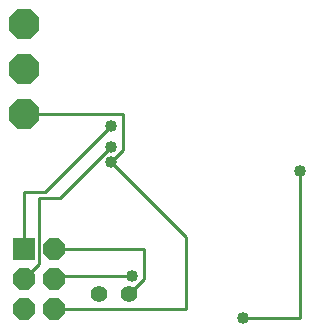
<source format=gbl>
G75*
G70*
%OFA0B0*%
%FSLAX24Y24*%
%IPPOS*%
%LPD*%
%AMOC8*
5,1,8,0,0,1.08239X$1,22.5*
%
%ADD10OC8,0.1000*%
%ADD11R,0.0740X0.0740*%
%ADD12OC8,0.0740*%
%ADD13C,0.0551*%
%ADD14C,0.0100*%
%ADD15C,0.0400*%
D10*
X001550Y010641D03*
X001550Y012141D03*
X001550Y013641D03*
D11*
X001550Y006141D03*
D12*
X001550Y004141D03*
X001550Y005141D03*
X002550Y005141D03*
X002550Y004141D03*
X002550Y006141D03*
D13*
X004050Y004641D03*
X005050Y004641D03*
D14*
X005550Y005141D01*
X005550Y006141D01*
X002550Y006141D01*
X002050Y005641D02*
X002050Y007841D01*
X002750Y007841D01*
X004450Y009541D01*
X004850Y009441D02*
X004850Y010641D01*
X001550Y010641D01*
X001550Y008041D02*
X002250Y008041D01*
X004450Y010241D01*
X004850Y009441D02*
X004450Y009041D01*
X006950Y006541D01*
X006950Y004141D01*
X002550Y004141D01*
X002550Y005141D02*
X002650Y005241D01*
X005150Y005241D01*
X002050Y005641D02*
X001550Y005141D01*
X001550Y006141D02*
X001550Y008041D01*
X008850Y003841D02*
X010750Y003841D01*
X010750Y008741D01*
D15*
X010750Y008741D03*
X008850Y003841D03*
X005150Y005241D03*
X004450Y009041D03*
X004450Y009541D03*
X004450Y010241D03*
M02*

</source>
